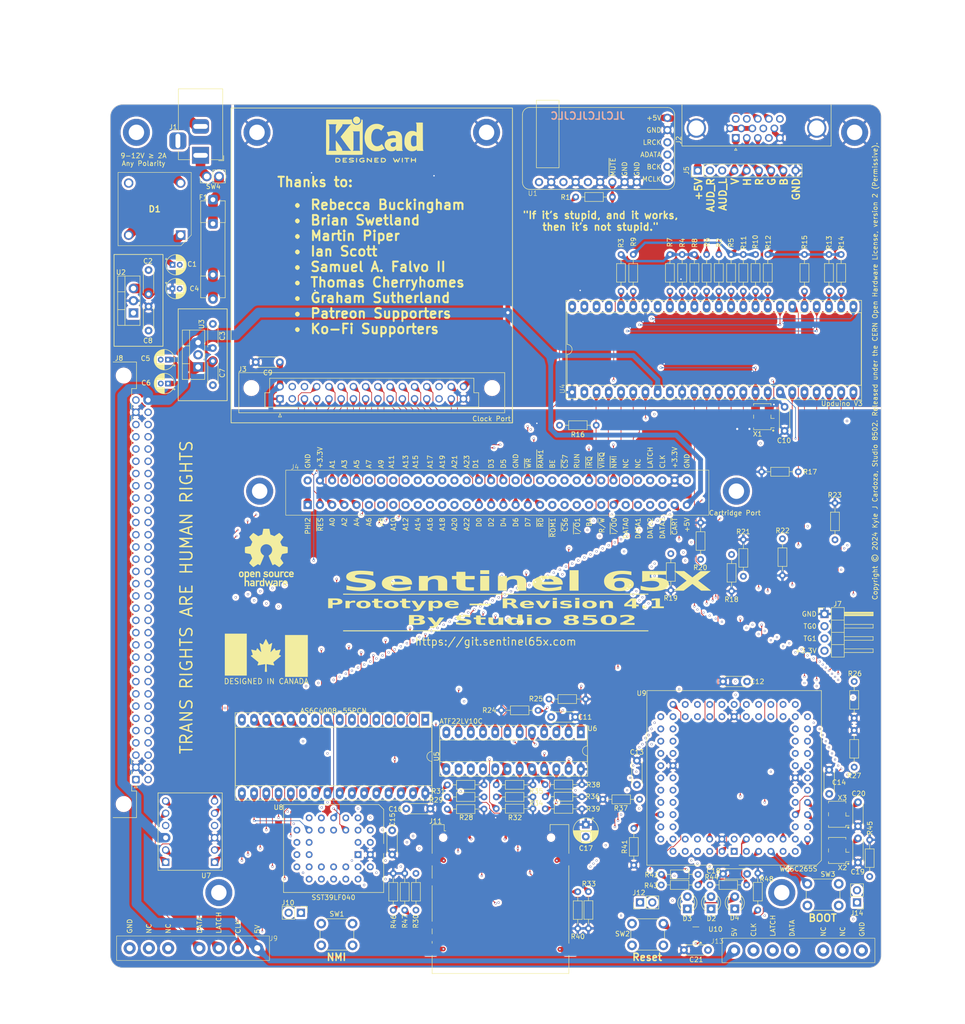
<source format=kicad_pcb>
(kicad_pcb
	(version 20240108)
	(generator "pcbnew")
	(generator_version "8.0")
	(general
		(thickness 1.6)
		(legacy_teardrops no)
	)
	(paper "A3")
	(layers
		(0 "F.Cu" signal "F.Cu (SMD)")
		(1 "In1.Cu" power "In1.Cu (GND)")
		(2 "In2.Cu" signal "In2.Cu (N-S)")
		(31 "B.Cu" signal "B.Cu (MISC)")
		(32 "B.Adhes" user "B.Adhesive")
		(33 "F.Adhes" user "F.Adhesive")
		(34 "B.Paste" user)
		(35 "F.Paste" user)
		(36 "B.SilkS" user "B.Silkscreen")
		(37 "F.SilkS" user "F.Silkscreen")
		(38 "B.Mask" user)
		(39 "F.Mask" user)
		(40 "Dwgs.User" user "User.Drawings")
		(41 "Cmts.User" user "User.Comments")
		(42 "Eco1.User" user "User.Eco1")
		(43 "Eco2.User" user "User.Eco2")
		(44 "Edge.Cuts" user)
		(45 "Margin" user)
		(46 "B.CrtYd" user "B.Courtyard")
		(47 "F.CrtYd" user "F.Courtyard")
		(48 "B.Fab" user)
		(49 "F.Fab" user)
		(50 "User.1" user)
		(51 "User.2" user)
		(52 "User.3" user)
		(53 "User.4" user)
		(54 "User.5" user)
		(55 "User.6" user)
		(56 "User.7" user)
		(57 "User.8" user)
		(58 "User.9" user)
	)
	(setup
		(stackup
			(layer "F.SilkS"
				(type "Top Silk Screen")
				(color "White")
			)
			(layer "F.Paste"
				(type "Top Solder Paste")
			)
			(layer "F.Mask"
				(type "Top Solder Mask")
				(color "Green")
				(thickness 0.01)
			)
			(layer "F.Cu"
				(type "copper")
				(thickness 0.035)
			)
			(layer "dielectric 1"
				(type "prepreg")
				(thickness 0.1)
				(material "FR4")
				(epsilon_r 4.5)
				(loss_tangent 0.02)
			)
			(layer "In1.Cu"
				(type "copper")
				(thickness 0.035)
			)
			(layer "dielectric 2"
				(type "core")
				(thickness 1.24)
				(material "FR4")
				(epsilon_r 4.5)
				(loss_tangent 0.02)
			)
			(layer "In2.Cu"
				(type "copper")
				(thickness 0.035)
			)
			(layer "dielectric 3"
				(type "prepreg")
				(thickness 0.1)
				(material "FR4")
				(epsilon_r 4.5)
				(loss_tangent 0.02)
			)
			(layer "B.Cu"
				(type "copper")
				(thickness 0.035)
			)
			(layer "B.Mask"
				(type "Bottom Solder Mask")
				(color "Green")
				(thickness 0.01)
			)
			(layer "B.Paste"
				(type "Bottom Solder Paste")
			)
			(layer "B.SilkS"
				(type "Bottom Silk Screen")
				(color "White")
			)
			(copper_finish "None")
			(dielectric_constraints no)
		)
		(pad_to_mask_clearance 0)
		(allow_soldermask_bridges_in_footprints no)
		(grid_origin 123.070534 52.442679)
		(pcbplotparams
			(layerselection 0x00010fc_ffffffff)
			(plot_on_all_layers_selection 0x0000000_00000000)
			(disableapertmacros no)
			(usegerberextensions no)
			(usegerberattributes yes)
			(usegerberadvancedattributes yes)
			(creategerberjobfile yes)
			(dashed_line_dash_ratio 12.000000)
			(dashed_line_gap_ratio 3.000000)
			(svgprecision 4)
			(plotframeref no)
			(viasonmask no)
			(mode 1)
			(useauxorigin no)
			(hpglpennumber 1)
			(hpglpenspeed 20)
			(hpglpendiameter 15.000000)
			(pdf_front_fp_property_popups yes)
			(pdf_back_fp_property_popups yes)
			(dxfpolygonmode yes)
			(dxfimperialunits yes)
			(dxfusepcbnewfont yes)
			(psnegative no)
			(psa4output no)
			(plotreference yes)
			(plotvalue yes)
			(plotfptext yes)
			(plotinvisibletext no)
			(sketchpadsonfab no)
			(subtractmaskfromsilk no)
			(outputformat 1)
			(mirror no)
			(drillshape 0)
			(scaleselection 1)
			(outputdirectory "production/")
		)
	)
	(net 0 "")
	(net 1 "GND")
	(net 2 "+3.3V")
	(net 3 "/A1")
	(net 4 "/A3")
	(net 5 "/A5")
	(net 6 "/A7")
	(net 7 "/A9")
	(net 8 "/A11")
	(net 9 "/A13")
	(net 10 "/A15")
	(net 11 "/A17")
	(net 12 "/A19")
	(net 13 "/A21")
	(net 14 "/A23")
	(net 15 "/D1")
	(net 16 "/D3")
	(net 17 "/D5")
	(net 18 "/~{WR}")
	(net 19 "/BE")
	(net 20 "/RUN")
	(net 21 "/~{IRQ}")
	(net 22 "/~{VIRQ}")
	(net 23 "/~{NMI}")
	(net 24 "/SNES_LATCH")
	(net 25 "/SNES_CLK")
	(net 26 "/PHI2")
	(net 27 "/~{RES}")
	(net 28 "/A0")
	(net 29 "/A2")
	(net 30 "/A4")
	(net 31 "/A6")
	(net 32 "/A8")
	(net 33 "/A10")
	(net 34 "/A12")
	(net 35 "/A14")
	(net 36 "/A16")
	(net 37 "/A18")
	(net 38 "/A20")
	(net 39 "/A22")
	(net 40 "/D0")
	(net 41 "/D2")
	(net 42 "/D4")
	(net 43 "/D6")
	(net 44 "/D7")
	(net 45 "/~{RD}")
	(net 46 "/~{CS}6")
	(net 47 "/~{I{slash}O}1")
	(net 48 "/BA")
	(net 49 "/R{slash}~{W}")
	(net 50 "/~{I{slash}O}0")
	(net 51 "/SNES_DATA0")
	(net 52 "/SNES_DATA1")
	(net 53 "/SNES_DATA2")
	(net 54 "/SNES_DATA3")
	(net 55 "/MOSI")
	(net 56 "/BL1")
	(net 57 "/~{BOOT_SEL}")
	(net 58 "/FCLK")
	(net 59 "/CLK")
	(net 60 "/SCK")
	(net 61 "/~{CS}4")
	(net 62 "/~{CS}5")
	(net 63 "/~{CS}7")
	(net 64 "/~{FPGA_RESET}")
	(net 65 "/CDONE")
	(net 66 "/MISO")
	(net 67 "/~{SD_SS}")
	(net 68 "/~{ROM}0")
	(net 69 "/~{RAM}0")
	(net 70 "Net-(D3-A)")
	(net 71 "/~{RAM}1")
	(net 72 "/~{ROM}1")
	(net 73 "+5V")
	(net 74 "/SYSCLK")
	(net 75 "/R0")
	(net 76 "/R2")
	(net 77 "/R1")
	(net 78 "/G0")
	(net 79 "/R3")
	(net 80 "/G2")
	(net 81 "/G1")
	(net 82 "/B0")
	(net 83 "/G3")
	(net 84 "/B2")
	(net 85 "/B1")
	(net 86 "/HSYNC")
	(net 87 "/B3")
	(net 88 "/VSYNC")
	(net 89 "/BCK")
	(net 90 "/ADATA")
	(net 91 "/LRCK")
	(net 92 "/BLUE")
	(net 93 "/GREEN")
	(net 94 "/RED")
	(net 95 "Net-(D4-A)")
	(net 96 "/BL2")
	(net 97 "/~{CART}")
	(net 98 "/~{SD_WP}")
	(net 99 "/~{SD_CD}")
	(net 100 "/~{MUTE}")
	(net 101 "/TG0")
	(net 102 "/TG1")
	(net 103 "/~{RES_BTN}")
	(net 104 "Net-(SW4-B)")
	(net 105 "/BL3")
	(net 106 "unconnected-(J8-Pin_a28-Pada28)")
	(net 107 "unconnected-(J8-Pin_a27-Pada27)")
	(net 108 "Net-(D1-+)")
	(net 109 "Net-(D1-~ )")
	(net 110 "Net-(D1- ~)")
	(net 111 "Net-(D2-A)")
	(net 112 "unconnected-(J1-MountPin-Pad3)")
	(net 113 "unconnected-(J2-Pad11)")
	(net 114 "unconnected-(J2-Pad4)")
	(net 115 "unconnected-(J2-Pad15)")
	(net 116 "unconnected-(J2-Pad9)")
	(net 117 "unconnected-(J2-Pad12)")
	(net 118 "unconnected-(J3-Pin_b2-Padb2)")
	(net 119 "unconnected-(J3-Pin_a2-Pada2)")
	(net 120 "unconnected-(J8-Pin_b31-Padb31)")
	(net 121 "Net-(J9-Pin_4)")
	(net 122 "unconnected-(J9-Pin_5-Pad5)")
	(net 123 "Net-(J13-Pin_2)")
	(net 124 "Net-(J13-Pin_3)")
	(net 125 "unconnected-(J9-Pin_6-Pad6)")
	(net 126 "Net-(J11-DAT1)")
	(net 127 "Net-(J11-DAT2)")
	(net 128 "unconnected-(J13-Pin_5-Pad5)")
	(net 129 "unconnected-(J13-Pin_6-Pad6)")
	(net 130 "Net-(J13-Pin_4)")
	(net 131 "unconnected-(U1-A3V3-Pad11)")
	(net 132 "unconnected-(U4-+3.3V-Pad9)")
	(net 133 "unconnected-(U4-FLASH_MISO-Pad45)")
	(net 134 "unconnected-(U4-CLK_12M_EXT-Pad41)")
	(net 135 "unconnected-(U4-FT_SCK-Pad47)")
	(net 136 "unconnected-(U4-~{FT_SS}-Pad48)")
	(net 137 "unconnected-(U4-FLASH_MOSI-Pad46)")
	(net 138 "unconnected-(U4-VIO-Pad2)")
	(net 139 "unconnected-(U6-I{slash}O-Pad16)")
	(net 140 "unconnected-(U6-I{slash}O-Pad15)")
	(net 141 "unconnected-(U6-I{slash}O-Pad17)")
	(net 142 "unconnected-(U6-I{slash}O-Pad14)")
	(net 143 "unconnected-(U9A-~{FCLKO}-Pad15)")
	(net 144 "unconnected-(U9C-P57-Pad3)")
	(net 145 "unconnected-(U9A-RUN-Pad14)")
	(net 146 "unconnected-(U9C-P56-Pad2)")
	(net 147 "unconnected-(U9A-BA-Pad21)")
	(net 148 "unconnected-(U9C-P47-Pad77)")
	(net 149 "unconnected-(U9A-~{CLKO}-Pad19)")
	(net 150 "unconnected-(U9C-P46-Pad76)")
	(net 151 "unconnected-(J3-Pin_b3-Padb3)")
	(net 152 "/CART_AUDIO_R")
	(net 153 "/CART_AUDIO_L")
	(net 154 "Net-(J5-Pin_5)")
	(net 155 "Net-(J5-Pin_4)")
	(net 156 "/AUDIO_R")
	(net 157 "/AUDIO_L")
	(net 158 "Net-(SW4-A)")
	(footprint "Resistor_THT:R_Axial_DIN0204_L3.6mm_D1.6mm_P7.62mm_Horizontal" (layer "F.Cu") (at 218.023531 149.586827 90))
	(footprint "Resistor_THT:R_Axial_DIN0204_L3.6mm_D1.6mm_P7.62mm_Horizontal" (layer "F.Cu") (at 156.55 197.875))
	(footprint "Capacitor_THT:C_Disc_D4.3mm_W1.9mm_P5.00mm" (layer "F.Cu") (at 195.918531 187.826827 -90))
	(footprint "Resistor_THT:R_Axial_DIN0204_L3.6mm_D1.6mm_P7.62mm_Horizontal" (layer "F.Cu") (at 207.855852 82.822679 -90))
	(footprint "Resistor_THT:R_Axial_DIN0204_L3.6mm_D1.6mm_P7.62mm_Horizontal" (layer "F.Cu") (at 202.775852 82.822679 -90))
	(footprint "Capacitor_THT:C_Disc_D4.3mm_W1.9mm_P5.00mm" (layer "F.Cu") (at 241.828173 208.96 90))
	(footprint "Resistor_THT:R_Axial_DIN0204_L3.6mm_D1.6mm_P7.62mm_Horizontal" (layer "F.Cu") (at 229.434306 127.897878 180))
	(footprint "Resistor_THT:R_Axial_DIN0204_L3.6mm_D1.6mm_P7.62mm_Horizontal" (layer "F.Cu") (at 188.846198 195.85349))
	(footprint "Symbol:OSHW-Logo_11.4x12mm_SilkScreen" (layer "F.Cu") (at 118.942135 145.687679))
	(footprint "Resistor_THT:R_Axial_DIN0204_L3.6mm_D1.6mm_P7.62mm_Horizontal" (layer "F.Cu") (at 210.395852 82.822679 -90))
	(footprint "Capacitor_THT:CP_Radial_D5.0mm_P2.50mm" (layer "F.Cu") (at 185.300534 201.097567 -90))
	(footprint "Resistor_THT:R_Axial_DIN0204_L3.6mm_D1.6mm_P7.62mm_Horizontal" (layer "F.Cu") (at 175.381704 177.395358 180))
	(footprint "Package_TO_SOT_SMD:SOT-143_Handsoldering" (layer "F.Cu") (at 208.160534 223.892679 180))
	(footprint "Connector:SNES Controller Port (Female, 90º, THT)" (layer "F.Cu") (at 101.832102 226.745 180))
	(footprint "Capacitor_THT:CP_Radial_D4.0mm_P1.50mm" (layer "F.Cu") (at 98.520133 104.639679 180))
	(footprint "Package_TO_SOT_THT:TO-220-3_Vertical" (layer "F.Cu") (at 104.782534 106.163679 90))
	(footprint "Connector_PinHeader_2.54mm:PinHeader_1x04_P2.54mm_Horizontal" (layer "F.Cu") (at 234.87 157.4))
	(footprint "Capacitor_THT:C_Disc_D4.3mm_W1.9mm_P5.00mm" (layer "F.Cu") (at 226.588173 119.423531 90))
	(footprint "Connector_Card:SD_Hirose_DM1AA_SF_PEJ82"
		(layer "F.Cu")
		(uuid "25327d1e-d2f1-4d24-82b4-1a2731bca800")
		(at 167.589126 216.546139)
		(descr "SD, SMD, top-mount, push-push (https://www.hirose.com/product/document?clcode=CL0609-0004-8-82&productname=DM1AA-SF-PEJ(82)&series=DM1&documenttype=2DDrawing&lang=en&documentid=0000915301)")
		(tags "SD card connector")
		(property "Reference" "J11"
			(at -13.483579 -16.15765 0)
			(layer "F.SilkS")
			(uuid "c0ae44a3-53b1-4777-93c2-288cf59ed42d")
			(effects
				(font
					(size 1 1)
					(thickness 0.15)
				)
			)
		)
		(property "Value" "DM1AA-SF-PEJ(82)"
			(at -0.6 10.45 0)
			(layer "F.Fab")
			(uuid "745aa13c-106b-4dd5-b46a-16912d61c560")
			(effects
				(font
					(size 1 1)
					(thickness 0.15)
				)
			)
		)
		(property "Footprint" "Connector_Card:SD_Hirose_DM1AA_SF_PEJ82"
			(at 0 0 0)
			(unlocked yes)
			(layer "F.Fab")
			(hide yes)
			(uuid "77b52e18-328e-47c8-a90d-90f186bd0fc7")
			(effects
				(font
					(size 1.27 1.27)
					(thickness 0.15)
				)
			)
		)
		(property "Datasheet" "http://portal.fciconnect.com/Comergent//fci/drawing/10067847.pdf"
			(at 0 0 0)
			(unlocked yes)
			(layer "F.Fab")
			(hide yes)
			(uuid "7b9fe7e3-92e9-4d40-b06f-48646f7fd694")
			(effects
				(font
					(size 1.27 1.27)
					(thickness 0.15)
				)
			)
		)
		(property "Description" ""
			(at 0 0 0)
			(unlocked yes)
			(layer "F.Fab")
			(hide yes)
			(uuid "71eab27a-90e3-434f-a8f9-129aa207bcc8")
			(effects
				(font
					(size 1.27 1.27)
					(thickness 0.15)
				)
			)
		)
		(property ki_fp_filters "SD*")
		(path "/49859b27-cc59-498d-bec1-af0673d92a5f")
		(sheetname "Root")
		(sheetfile "Prototype 4 (PTH).kicad_sch")
		(attr smd)
		(fp_line
			(start -14.2 -15.45)
			(end -11.7 -15.45)
			(stroke
				(width 0.12)
				(type solid)
			)
			(layer "F.SilkS")
			(uuid "63245a10-8ba4-449d-9573-837d3b406fb1")
		)
		(fp_line
			(start -14.2 -9.46)
			(end -14.2 -15.45)
			(stroke
				(width 0.12)
				(type solid)
			)
			(layer "F.SilkS")
			(uuid "b0bbaa97-0a8d-420a-88c3-15d5affc8cc0")
		)
		(fp_line
			(start -14.2 -4.31)
			(end -14.2 -6.94)
			(stroke
				(width 0.12)
				(type solid)
			)
			(layer "F.SilkS")
			(uuid "28c78a10-c1ca-41ab-bc8b-dc703272e3ed")
		)
		(fp_line
			(start -14.2 4.63)
			(end -14.2 -2.79)
			(stroke
				(width 0.12)
				(type solid)
			)
			(layer "F.SilkS")
			(uuid "1729b709-9387-4c73-b132-96eef6a99b1c")
		)
		(fp_line
			(start -14.2 7.24)
			(end -14.2 6.16)
			(stroke
				(width 0.12)
				(type solid)
			)
			(layer "F.SilkS")
			(uuid "3abb6188-b483-47e3-8efc-aae23f6afe2f")
		)
		(fp_line
			(start -14.2 9.19)
			(end -14.2 8.76)
			(stroke
				(width 0.12)
				(type solid)
			)
			(layer "F.SilkS")
			(uuid "48319b61-b444-4a2c-a381-93757a26fa44")
		)
		(fp_line
			(start -14.2 15.45)
			(end -14.2 11.71)
			(stroke
				(width 0.12)
				(type solid)
			)
			(layer "F.SilkS")
			(uuid "d3a8eabd-f03b-4718-916f-918413836a04")
		)
		(fp_line
			(start -11.7 -15.45)
			(end -11.7 -14.15)
			(stroke
				(width 0.12)
				(type solid)
			)
			(layer "F.SilkS")
			(uuid "8b3c918d-a422-4395-a6cb-a26ae88dcf84")
		)
		(fp_line
			(start -11.7 -14.15)
			(end -11.36 -14.15)
			(stroke
				(width 0.12)
				(type solid)
			)
			(layer "F.SilkS")
			(uuid "4bca1d26-6967-42fc-8a26-846fdf017dc1")
		)
		(fp_line
			(start 10.3 -15.45)
			(end 10.3 -14.15)
			(stroke
				(width 0.12)
				(type solid)
			)
			(layer "F.SilkS")
			(uuid "dc29bce2-9fab-4dbf-8d5b-e1760232ac9a")
		)
		(fp_line
			(start 14.19 -6.94)
			(end 14.2 9.19)
			(stroke
				(width 0.12)
				(type solid)
			)
			(layer "F.SilkS")
			(uuid "fb496cd6-a6ba-492d-bc34-8e47ab2dcda5")
		)
		(fp_line
			(start 14.2 -15.45)
			(end 10.3 -15.45)
			(stroke
				(width 0.12)
				(type solid)
			)
			(layer "F.SilkS")
			(uuid "2047912f-3434-45ac-99fd-2a67cb88db04")
		)
		(fp_line
			(start 14.2 -15.45)
			(end 14.2 -9.46)
			(stroke
				(width 0.12)
				(type solid)
			)
			(layer "F.SilkS")
			(uuid "1b670817-b9fb-46fb-a8c7-67e9090ad1bc")
		)
		(fp_line
			(start 14.2 11.71)
			(end 14.2 15.45)
			(stroke
				(width 0.12)
				(type solid)
			)
			(layer "F.SilkS")
			(uuid "a0ee28a3-5673-4c70-8590-616c9b9dd855")
		)
		(fp_line
			(start 14.2 15.45)
			(end -14.2 15.45)
			(stroke
				(width 0.12)
				(type solid)
			)
			(layer "F.SilkS")
			(uuid "1263761f-4a60-4f50-8715-3c02f81dd250")
		)
		(fp_line
			(start -13 20.25)
			(end -13 15.25)
			(stroke
				(width 0.1)
				(type solid)
			)
			(layer "Dwgs.User")
			(uuid "df9d2550-7707-4686-87b3-4cba032e2429")
		)
		(fp_line
			(start 10 20.25)
			(end -12 20.25)
			(stroke
				(width 0.1)
				(type solid)
			)
			(layer "Dwgs.User")
			(uuid "76481833-8e42-4503-8976-2f8f774f55be")
		)
		(fp_line
			(start 10 21.25)
			(end -12 21.25)
			(stroke
				(width 0.1)
				(type solid)
			)
			(layer "Dwgs.User")
			(uuid "3934c01c-afb4-489c-abeb-99aceb0053ac")
		)
		(fp_line
			(start 11 20.25)
			(end 11 15.25)
			(stroke
				(width 0.1)
				(type solid)
			)
			(layer "Dwgs.User")
			(uuid "88219939-4fb1-40cf-8c5f-05dc471e36b4")
		)
		(fp_arc
			(start -12 20.25)
			(mid -12.707107 19.957107)
			(end -13 19.25)
			(stroke
				(width 0.1)
				(type solid)
			)
			(layer "Dwgs.User")
			(uuid "fd76dde6-7d88-4441-8ec4-7deaaf8a4a12")
		)
		(fp_arc
			(start -12 21.25)
			(mid -12.707107 20.957107)
			(end -13 20.25)
			(stroke
				(width 0.1)
				(type solid)
			)
			(layer "Dwgs.User")
			(uuid "4e34e2e6-c507-4640-a914-060c4381b5f8")
		)
		(fp_arc
			(start 11 19.25)
			(mid 10.707107 19.957107)
			(end 10 20.25)
			(stroke
				(width 0.1)
				(type solid)
			)
			(layer "Dwgs.User")
			(uuid "8de81cfc-1c6d-465c-99d6-8765747cd0fb")
		)
		(fp_arc
			(start 11 20.25)
			(mid 10.707107 20.957107)
			(end 10 21.25)
			(stroke
				(width 0.1)
				(type solid)
			)
			(layer "Dwgs.User")
			(uuid "a4a33d2c-3ebc-4c20-9f0f-087372279289")
		)
		(fp_line
			(start -16 -9.7)
			(end -16 -6.7)
			(stroke
				(width 0.05)
				(type solid)
			)
			(layer "F.CrtYd")
			(uuid "a190e95a-9137-4bf1-97d4-5dba2176f2aa")
		)
		(fp_line
			(start -16 -6.7)
			(end -15.1 -6.7)
			(stroke
				(width 0.05)
				(type solid)
			)
			(layer "F.CrtYd")
			(uuid "d24f1bd6-9198-4fa1-8f09-83ce21d6dc33")
		)
		(fp_line
			(start -16 8.95)
			(end -16 11.95)
			(stroke
				(width 0.05)
				(type solid)
			)
			(layer "F.CrtYd")
			(uuid "b805c0d3-24a6-48f0-8237-d50ae7ae114f")
		)
		(fp_line
			(start -16 11.95)
			(end -14.5 11.95)
			(stroke
				(width 0.05)
				(type solid)
			)
			(layer "F.CrtYd")
			(uuid "f634c95a-5dc5-40e1-a695-6f4c143a4b3e")
		)
		(fp_line
			(start -15.1 -6.7)
			(end -15.1 8.95)
			(stroke
				(width 0.05)
				(type solid)
			)
			(layer "F.CrtYd")
			(uuid "5dbe0161-912d-408d-b103-ce1a3378e305")
		)
		(fp_line
			(start -15.1 8.95)
			(end -16 8.95)
			(stroke
				(width 0.05)
				(type solid)
			)
			(layer "F.CrtYd")
			(uuid "06e6a5d6-d1c6-4020-b8a9-e99dae85d491")
		)
		(fp_line
			(start -14.5 -15.75)
			(end -14.5 -9.7)
			(stroke
				(width 0.05)
				(type solid)
			)
			(layer "F.CrtYd")
			(uuid "3c6e1bb9-1405-465c-b221-4b2994aa9929")
		)
		(fp_line
			(start -14.5 -15.75)
			(end -11.9 -15.75)
			(stroke
				(width 0.05)
				(type solid)
			)
			(layer "F.CrtYd")
			(uuid "2005c262-a998-430a-a94b-50b8c4816cdb")
		)
		(fp_line
			(start -14.5 -9.7)
			(end -16 -9.7)
			(stroke
				(width 0.05)
				(type solid)
			)
			(layer "F.CrtYd")
			(uuid "6a4e79a6-3b09-4e2f-b3ad-bd71af6c2c8a")
		)
		(fp_line
			(start -14.5 11.95)
			(end -14.5 15.75)
			(stroke
				(width 0.05)
				(type solid)
			)
			(layer "F.CrtYd")
			(uuid "79d2993e
... [6462614 chars truncated]
</source>
